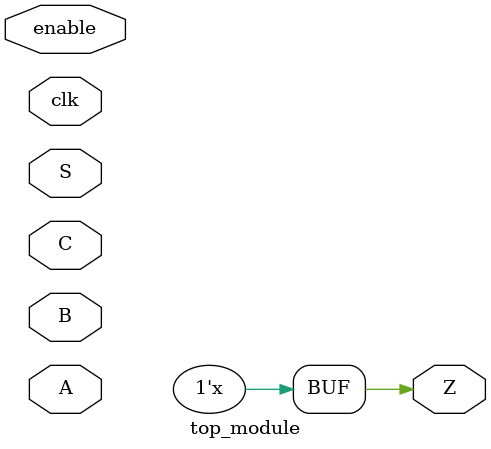
<source format=sv>
module top_module (
	input clk,
	input enable,
	input S,
	input [2:0] A,
	input [2:0] B,
	input [2:0] C,
	output reg Z
);
	
	reg [7:0] q;
	reg [2:0] addr;
	
	always @(posedge clk) begin
		if (enable) begin
			if (S) begin
				q <= {S, q[7:1]};
			end
		end
	end
	
	always @(A or B or C) begin
		addr <= A | B | C;
		Z <= q[addr];
	end
	
endmodule

</source>
